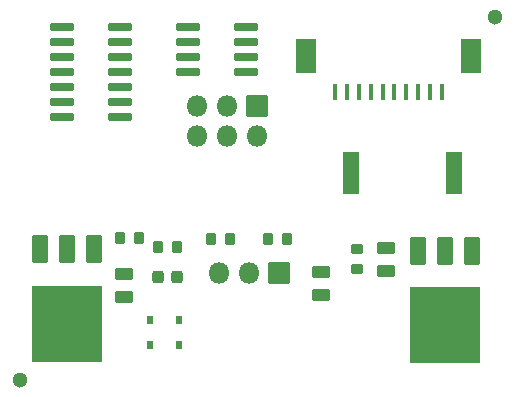
<source format=gbr>
G04 #@! TF.GenerationSoftware,KiCad,Pcbnew,(6.0.0)*
G04 #@! TF.CreationDate,2022-01-31T19:46:37-05:00*
G04 #@! TF.ProjectId,megadesk,6d656761-6465-4736-9b2e-6b696361645f,rev?*
G04 #@! TF.SameCoordinates,Original*
G04 #@! TF.FileFunction,Soldermask,Top*
G04 #@! TF.FilePolarity,Negative*
%FSLAX46Y46*%
G04 Gerber Fmt 4.6, Leading zero omitted, Abs format (unit mm)*
G04 Created by KiCad (PCBNEW (6.0.0)) date 2022-01-31 19:46:37*
%MOMM*%
%LPD*%
G01*
G04 APERTURE LIST*
G04 Aperture macros list*
%AMRoundRect*
0 Rectangle with rounded corners*
0 $1 Rounding radius*
0 $2 $3 $4 $5 $6 $7 $8 $9 X,Y pos of 4 corners*
0 Add a 4 corners polygon primitive as box body*
4,1,4,$2,$3,$4,$5,$6,$7,$8,$9,$2,$3,0*
0 Add four circle primitives for the rounded corners*
1,1,$1+$1,$2,$3*
1,1,$1+$1,$4,$5*
1,1,$1+$1,$6,$7*
1,1,$1+$1,$8,$9*
0 Add four rect primitives between the rounded corners*
20,1,$1+$1,$2,$3,$4,$5,0*
20,1,$1+$1,$4,$5,$6,$7,0*
20,1,$1+$1,$6,$7,$8,$9,0*
20,1,$1+$1,$8,$9,$2,$3,0*%
G04 Aperture macros list end*
%ADD10C,1.300000*%
%ADD11RoundRect,0.050000X-0.850000X0.850000X-0.850000X-0.850000X0.850000X-0.850000X0.850000X0.850000X0*%
%ADD12O,1.800000X1.800000*%
%ADD13RoundRect,0.050000X0.225000X-0.300000X0.225000X0.300000X-0.225000X0.300000X-0.225000X-0.300000X0*%
%ADD14RoundRect,0.050000X-0.600000X1.100000X-0.600000X-1.100000X0.600000X-1.100000X0.600000X1.100000X0*%
%ADD15RoundRect,0.050000X-2.900000X3.200000X-2.900000X-3.200000X2.900000X-3.200000X2.900000X3.200000X0*%
%ADD16RoundRect,0.050000X0.800000X1.400000X-0.800000X1.400000X-0.800000X-1.400000X0.800000X-1.400000X0*%
%ADD17RoundRect,0.050000X0.150000X0.650000X-0.150000X0.650000X-0.150000X-0.650000X0.150000X-0.650000X0*%
%ADD18RoundRect,0.275000X0.225000X0.250000X-0.225000X0.250000X-0.225000X-0.250000X0.225000X-0.250000X0*%
%ADD19RoundRect,0.250000X-0.275000X0.200000X-0.275000X-0.200000X0.275000X-0.200000X0.275000X0.200000X0*%
%ADD20RoundRect,0.250000X0.200000X0.275000X-0.200000X0.275000X-0.200000X-0.275000X0.200000X-0.275000X0*%
%ADD21RoundRect,0.050000X-0.650000X-1.700000X0.650000X-1.700000X0.650000X1.700000X-0.650000X1.700000X0*%
%ADD22RoundRect,0.300000X-0.475000X0.250000X-0.475000X-0.250000X0.475000X-0.250000X0.475000X0.250000X0*%
%ADD23RoundRect,0.050000X-0.225000X0.300000X-0.225000X-0.300000X0.225000X-0.300000X0.225000X0.300000X0*%
%ADD24RoundRect,0.200000X-0.825000X-0.150000X0.825000X-0.150000X0.825000X0.150000X-0.825000X0.150000X0*%
%ADD25RoundRect,0.250000X-0.200000X-0.275000X0.200000X-0.275000X0.200000X0.275000X-0.200000X0.275000X0*%
%ADD26RoundRect,0.200000X0.825000X0.150000X-0.825000X0.150000X-0.825000X-0.150000X0.825000X-0.150000X0*%
G04 APERTURE END LIST*
D10*
X139950000Y-105600000D03*
X99700000Y-136350000D03*
D11*
X121600000Y-127300000D03*
D12*
X119060000Y-127300000D03*
X116520000Y-127300000D03*
D13*
X110700000Y-133400000D03*
X110700000Y-131300000D03*
D14*
X137980000Y-125400000D03*
X135700000Y-125400000D03*
D15*
X135700000Y-131700000D03*
D14*
X133420000Y-125400000D03*
D16*
X123900000Y-108900000D03*
X137900000Y-108900000D03*
D17*
X135400000Y-112000000D03*
X134400000Y-112000000D03*
X133400000Y-112000000D03*
X132400000Y-112000000D03*
X131400000Y-112000000D03*
X130400000Y-112000000D03*
X129400000Y-112000000D03*
X128400000Y-112000000D03*
X127400000Y-112000000D03*
X126400000Y-112000000D03*
D18*
X112975000Y-127600000D03*
X111425000Y-127600000D03*
D19*
X128200000Y-125275000D03*
X128200000Y-126925000D03*
D20*
X117496000Y-124412000D03*
X115846000Y-124412000D03*
X113025000Y-125100000D03*
X111375000Y-125100000D03*
D21*
X127750000Y-118800000D03*
X136450000Y-118800000D03*
D22*
X130700000Y-125200000D03*
X130700000Y-127100000D03*
D23*
X113200000Y-131300000D03*
X113200000Y-133400000D03*
D14*
X105980000Y-125300000D03*
D15*
X103700000Y-131600000D03*
D14*
X103700000Y-125300000D03*
X101420000Y-125300000D03*
D11*
X119800000Y-113200000D03*
D12*
X119800000Y-115740000D03*
X117260000Y-113200000D03*
X117260000Y-115740000D03*
X114720000Y-113200000D03*
X114720000Y-115740000D03*
D24*
X103225000Y-106490000D03*
X103225000Y-107760000D03*
X103225000Y-109030000D03*
X103225000Y-110300000D03*
X103225000Y-111570000D03*
X103225000Y-112840000D03*
X103225000Y-114110000D03*
X108175000Y-114110000D03*
X108175000Y-112840000D03*
X108175000Y-111570000D03*
X108175000Y-110300000D03*
X108175000Y-109030000D03*
X108175000Y-107760000D03*
X108175000Y-106490000D03*
D22*
X108500000Y-127400000D03*
X108500000Y-129300000D03*
D25*
X108150000Y-124300000D03*
X109800000Y-124300000D03*
D22*
X125200000Y-127250000D03*
X125200000Y-129150000D03*
D20*
X122325000Y-124412000D03*
X120675000Y-124412000D03*
D26*
X118875000Y-110305000D03*
X118875000Y-109035000D03*
X118875000Y-107765000D03*
X118875000Y-106495000D03*
X113925000Y-106495000D03*
X113925000Y-107765000D03*
X113925000Y-109035000D03*
X113925000Y-110305000D03*
M02*

</source>
